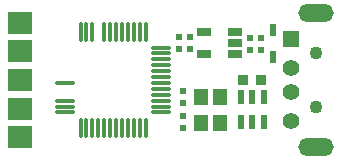
<source format=gts>
G04*
G04 #@! TF.GenerationSoftware,Altium Limited,Altium Designer,23.8.1 (32)*
G04*
G04 Layer_Color=8388736*
%FSLAX44Y44*%
%MOMM*%
G71*
G04*
G04 #@! TF.SameCoordinates,C9A30DB4-BB40-4B38-85DC-7C9B31114FAE*
G04*
G04*
G04 #@! TF.FilePolarity,Negative*
G04*
G01*
G75*
%ADD19R,0.5080X1.1684*%
%ADD25R,2.0508X1.8508*%
%ADD26R,0.5508X0.5508*%
%ADD27R,0.5508X1.1258*%
%ADD28R,0.8128X0.8128*%
%ADD29R,1.2008X1.4508*%
%ADD30O,1.8508X0.3308*%
%ADD31O,0.3308X1.8508*%
%ADD32R,1.2008X0.6508*%
%ADD33C,1.4200*%
%ADD34R,1.4200X1.4200*%
%ADD35C,1.1000*%
%ADD36O,3.0000X1.5000*%
D19*
X210991Y53723D02*
D03*
X220491D02*
D03*
X229991D02*
D03*
Y32387D02*
D03*
X220491D02*
D03*
X210991D02*
D03*
D25*
X23998Y116649D02*
D03*
Y43899D02*
D03*
Y68149D02*
D03*
Y92399D02*
D03*
Y19649D02*
D03*
D26*
X218804Y103817D02*
D03*
Y93817D02*
D03*
X227451D02*
D03*
Y103817D02*
D03*
X167448Y104579D02*
D03*
Y94579D02*
D03*
X158801Y104579D02*
D03*
Y94579D02*
D03*
X161475Y27648D02*
D03*
Y37648D02*
D03*
Y58648D02*
D03*
Y48648D02*
D03*
D27*
X237975Y110858D02*
D03*
Y87618D02*
D03*
D28*
X227656Y68149D02*
D03*
X212916D02*
D03*
D29*
X176796Y32148D02*
D03*
Y54148D02*
D03*
X192796D02*
D03*
Y32148D02*
D03*
D30*
X143045Y40648D02*
D03*
Y45649D02*
D03*
Y50648D02*
D03*
Y55649D02*
D03*
Y60648D02*
D03*
Y65649D02*
D03*
Y70648D02*
D03*
Y75649D02*
D03*
Y80648D02*
D03*
Y85649D02*
D03*
Y90648D02*
D03*
Y95649D02*
D03*
X62044Y65649D02*
D03*
Y50648D02*
D03*
Y45649D02*
D03*
Y40648D02*
D03*
D31*
X130045Y108649D02*
D03*
X125044D02*
D03*
X120045D02*
D03*
X115044D02*
D03*
X110045D02*
D03*
X105044D02*
D03*
X100045D02*
D03*
X95044D02*
D03*
X85044D02*
D03*
X80045D02*
D03*
X75044D02*
D03*
Y27648D02*
D03*
X80045D02*
D03*
X85044D02*
D03*
X90045D02*
D03*
X95044D02*
D03*
X100045D02*
D03*
X105044D02*
D03*
X110045D02*
D03*
X115044D02*
D03*
X120045D02*
D03*
X125044D02*
D03*
X130045D02*
D03*
D32*
X205620Y89892D02*
D03*
Y99392D02*
D03*
Y108892D02*
D03*
X179620D02*
D03*
Y89892D02*
D03*
D33*
X253306Y33149D02*
D03*
Y58149D02*
D03*
Y78149D02*
D03*
D34*
Y103149D02*
D03*
D35*
X274306Y45649D02*
D03*
Y90649D02*
D03*
D36*
Y11149D02*
D03*
Y125149D02*
D03*
M02*

</source>
